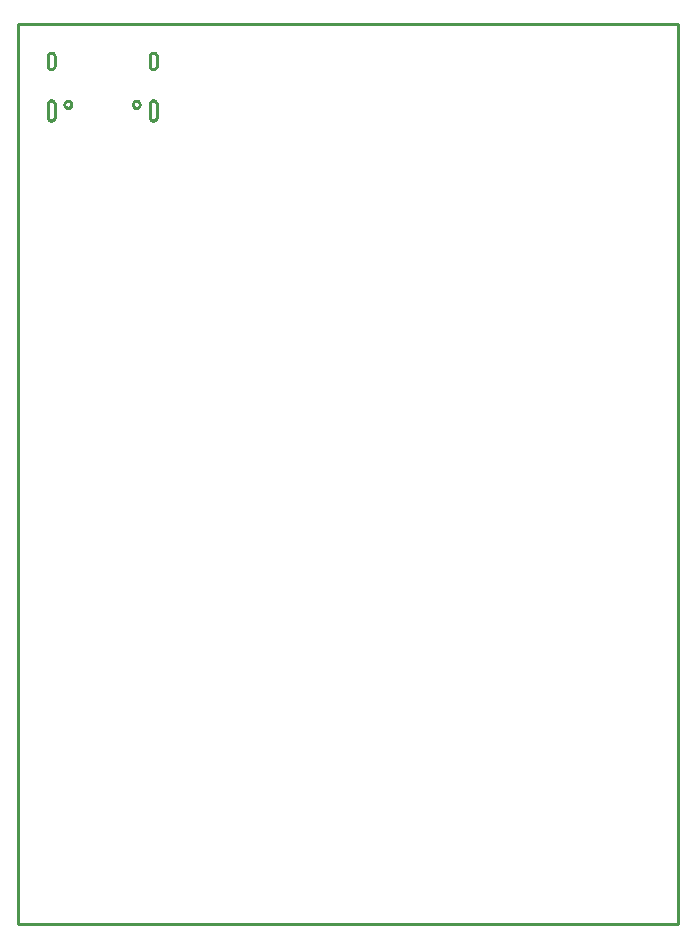
<source format=gbr>
G04 EAGLE Gerber RS-274X export*
G75*
%MOMM*%
%FSLAX34Y34*%
%LPD*%
%IN*%
%IPPOS*%
%AMOC8*
5,1,8,0,0,1.08239X$1,22.5*%
G01*
%ADD10C,0.254000*%


D10*
X0Y0D02*
X558800Y0D01*
X558800Y762000D01*
X0Y762000D01*
X0Y0D01*
X24920Y726684D02*
X24931Y726423D01*
X24966Y726163D01*
X25022Y725908D01*
X25101Y725658D01*
X25201Y725416D01*
X25322Y725184D01*
X25463Y724963D01*
X25622Y724756D01*
X25799Y724563D01*
X25992Y724386D01*
X26199Y724227D01*
X26420Y724086D01*
X26652Y723965D01*
X26894Y723865D01*
X27144Y723786D01*
X27399Y723730D01*
X27659Y723695D01*
X27920Y723684D01*
X28181Y723695D01*
X28441Y723730D01*
X28696Y723786D01*
X28946Y723865D01*
X29188Y723965D01*
X29420Y724086D01*
X29641Y724227D01*
X29848Y724386D01*
X30041Y724563D01*
X30218Y724756D01*
X30377Y724963D01*
X30518Y725184D01*
X30639Y725416D01*
X30739Y725658D01*
X30818Y725908D01*
X30874Y726163D01*
X30909Y726423D01*
X30920Y726684D01*
X30920Y734684D01*
X30909Y734945D01*
X30874Y735205D01*
X30818Y735460D01*
X30739Y735710D01*
X30639Y735952D01*
X30518Y736184D01*
X30377Y736405D01*
X30218Y736612D01*
X30041Y736805D01*
X29848Y736982D01*
X29641Y737141D01*
X29420Y737282D01*
X29188Y737403D01*
X28946Y737503D01*
X28696Y737582D01*
X28441Y737638D01*
X28181Y737673D01*
X27920Y737684D01*
X27659Y737673D01*
X27399Y737638D01*
X27144Y737582D01*
X26894Y737503D01*
X26652Y737403D01*
X26420Y737282D01*
X26199Y737141D01*
X25992Y736982D01*
X25799Y736805D01*
X25622Y736612D01*
X25463Y736405D01*
X25322Y736184D01*
X25201Y735952D01*
X25101Y735710D01*
X25022Y735460D01*
X24966Y735205D01*
X24931Y734945D01*
X24920Y734684D01*
X24920Y726684D01*
X24920Y683184D02*
X24931Y682923D01*
X24966Y682663D01*
X25022Y682408D01*
X25101Y682158D01*
X25201Y681916D01*
X25322Y681684D01*
X25463Y681463D01*
X25622Y681256D01*
X25799Y681063D01*
X25992Y680886D01*
X26199Y680727D01*
X26420Y680586D01*
X26652Y680465D01*
X26894Y680365D01*
X27144Y680286D01*
X27399Y680230D01*
X27659Y680195D01*
X27920Y680184D01*
X28181Y680195D01*
X28441Y680230D01*
X28696Y680286D01*
X28946Y680365D01*
X29188Y680465D01*
X29420Y680586D01*
X29641Y680727D01*
X29848Y680886D01*
X30041Y681063D01*
X30218Y681256D01*
X30377Y681463D01*
X30518Y681684D01*
X30639Y681916D01*
X30739Y682158D01*
X30818Y682408D01*
X30874Y682663D01*
X30909Y682923D01*
X30920Y683184D01*
X30920Y694184D01*
X30909Y694445D01*
X30874Y694705D01*
X30818Y694960D01*
X30739Y695210D01*
X30639Y695452D01*
X30518Y695684D01*
X30377Y695905D01*
X30218Y696112D01*
X30041Y696305D01*
X29848Y696482D01*
X29641Y696641D01*
X29420Y696782D01*
X29188Y696903D01*
X28946Y697003D01*
X28696Y697082D01*
X28441Y697138D01*
X28181Y697173D01*
X27920Y697184D01*
X27659Y697173D01*
X27399Y697138D01*
X27144Y697082D01*
X26894Y697003D01*
X26652Y696903D01*
X26420Y696782D01*
X26199Y696641D01*
X25992Y696482D01*
X25799Y696305D01*
X25622Y696112D01*
X25463Y695905D01*
X25322Y695684D01*
X25201Y695452D01*
X25101Y695210D01*
X25022Y694960D01*
X24966Y694705D01*
X24931Y694445D01*
X24920Y694184D01*
X24920Y683184D01*
X111320Y726684D02*
X111331Y726423D01*
X111366Y726163D01*
X111422Y725908D01*
X111501Y725658D01*
X111601Y725416D01*
X111722Y725184D01*
X111863Y724963D01*
X112022Y724756D01*
X112199Y724563D01*
X112392Y724386D01*
X112599Y724227D01*
X112820Y724086D01*
X113052Y723965D01*
X113294Y723865D01*
X113544Y723786D01*
X113799Y723730D01*
X114059Y723695D01*
X114320Y723684D01*
X114581Y723695D01*
X114841Y723730D01*
X115096Y723786D01*
X115346Y723865D01*
X115588Y723965D01*
X115820Y724086D01*
X116041Y724227D01*
X116248Y724386D01*
X116441Y724563D01*
X116618Y724756D01*
X116777Y724963D01*
X116918Y725184D01*
X117039Y725416D01*
X117139Y725658D01*
X117218Y725908D01*
X117274Y726163D01*
X117309Y726423D01*
X117320Y726684D01*
X117320Y734684D01*
X117309Y734945D01*
X117274Y735205D01*
X117218Y735460D01*
X117139Y735710D01*
X117039Y735952D01*
X116918Y736184D01*
X116777Y736405D01*
X116618Y736612D01*
X116441Y736805D01*
X116248Y736982D01*
X116041Y737141D01*
X115820Y737282D01*
X115588Y737403D01*
X115346Y737503D01*
X115096Y737582D01*
X114841Y737638D01*
X114581Y737673D01*
X114320Y737684D01*
X114059Y737673D01*
X113799Y737638D01*
X113544Y737582D01*
X113294Y737503D01*
X113052Y737403D01*
X112820Y737282D01*
X112599Y737141D01*
X112392Y736982D01*
X112199Y736805D01*
X112022Y736612D01*
X111863Y736405D01*
X111722Y736184D01*
X111601Y735952D01*
X111501Y735710D01*
X111422Y735460D01*
X111366Y735205D01*
X111331Y734945D01*
X111320Y734684D01*
X111320Y726684D01*
X111320Y683184D02*
X111331Y682923D01*
X111366Y682663D01*
X111422Y682408D01*
X111501Y682158D01*
X111601Y681916D01*
X111722Y681684D01*
X111863Y681463D01*
X112022Y681256D01*
X112199Y681063D01*
X112392Y680886D01*
X112599Y680727D01*
X112820Y680586D01*
X113052Y680465D01*
X113294Y680365D01*
X113544Y680286D01*
X113799Y680230D01*
X114059Y680195D01*
X114320Y680184D01*
X114581Y680195D01*
X114841Y680230D01*
X115096Y680286D01*
X115346Y680365D01*
X115588Y680465D01*
X115820Y680586D01*
X116041Y680727D01*
X116248Y680886D01*
X116441Y681063D01*
X116618Y681256D01*
X116777Y681463D01*
X116918Y681684D01*
X117039Y681916D01*
X117139Y682158D01*
X117218Y682408D01*
X117274Y682663D01*
X117309Y682923D01*
X117320Y683184D01*
X117320Y694184D01*
X117309Y694445D01*
X117274Y694705D01*
X117218Y694960D01*
X117139Y695210D01*
X117039Y695452D01*
X116918Y695684D01*
X116777Y695905D01*
X116618Y696112D01*
X116441Y696305D01*
X116248Y696482D01*
X116041Y696641D01*
X115820Y696782D01*
X115588Y696903D01*
X115346Y697003D01*
X115096Y697082D01*
X114841Y697138D01*
X114581Y697173D01*
X114320Y697184D01*
X114059Y697173D01*
X113799Y697138D01*
X113544Y697082D01*
X113294Y697003D01*
X113052Y696903D01*
X112820Y696782D01*
X112599Y696641D01*
X112392Y696482D01*
X112199Y696305D01*
X112022Y696112D01*
X111863Y695905D01*
X111722Y695684D01*
X111601Y695452D01*
X111501Y695210D01*
X111422Y694960D01*
X111366Y694705D01*
X111331Y694445D01*
X111320Y694184D01*
X111320Y683184D01*
X39220Y694120D02*
X39294Y694587D01*
X39440Y695036D01*
X39654Y695456D01*
X39932Y695838D01*
X40266Y696172D01*
X40648Y696450D01*
X41068Y696664D01*
X41518Y696810D01*
X41984Y696884D01*
X42456Y696884D01*
X42923Y696810D01*
X43372Y696664D01*
X43792Y696450D01*
X44174Y696172D01*
X44508Y695838D01*
X44786Y695456D01*
X45000Y695036D01*
X45146Y694587D01*
X45220Y694120D01*
X45220Y693648D01*
X45146Y693182D01*
X45000Y692732D01*
X44786Y692312D01*
X44508Y691930D01*
X44174Y691596D01*
X43792Y691318D01*
X43372Y691104D01*
X42923Y690958D01*
X42456Y690884D01*
X41984Y690884D01*
X41518Y690958D01*
X41068Y691104D01*
X40648Y691318D01*
X40266Y691596D01*
X39932Y691930D01*
X39654Y692312D01*
X39440Y692732D01*
X39294Y693182D01*
X39220Y693648D01*
X39220Y694120D01*
X97020Y694120D02*
X97094Y694587D01*
X97240Y695036D01*
X97454Y695456D01*
X97732Y695838D01*
X98066Y696172D01*
X98448Y696450D01*
X98868Y696664D01*
X99318Y696810D01*
X99784Y696884D01*
X100256Y696884D01*
X100723Y696810D01*
X101172Y696664D01*
X101592Y696450D01*
X101974Y696172D01*
X102308Y695838D01*
X102586Y695456D01*
X102800Y695036D01*
X102946Y694587D01*
X103020Y694120D01*
X103020Y693648D01*
X102946Y693182D01*
X102800Y692732D01*
X102586Y692312D01*
X102308Y691930D01*
X101974Y691596D01*
X101592Y691318D01*
X101172Y691104D01*
X100723Y690958D01*
X100256Y690884D01*
X99784Y690884D01*
X99318Y690958D01*
X98868Y691104D01*
X98448Y691318D01*
X98066Y691596D01*
X97732Y691930D01*
X97454Y692312D01*
X97240Y692732D01*
X97094Y693182D01*
X97020Y693648D01*
X97020Y694120D01*
M02*

</source>
